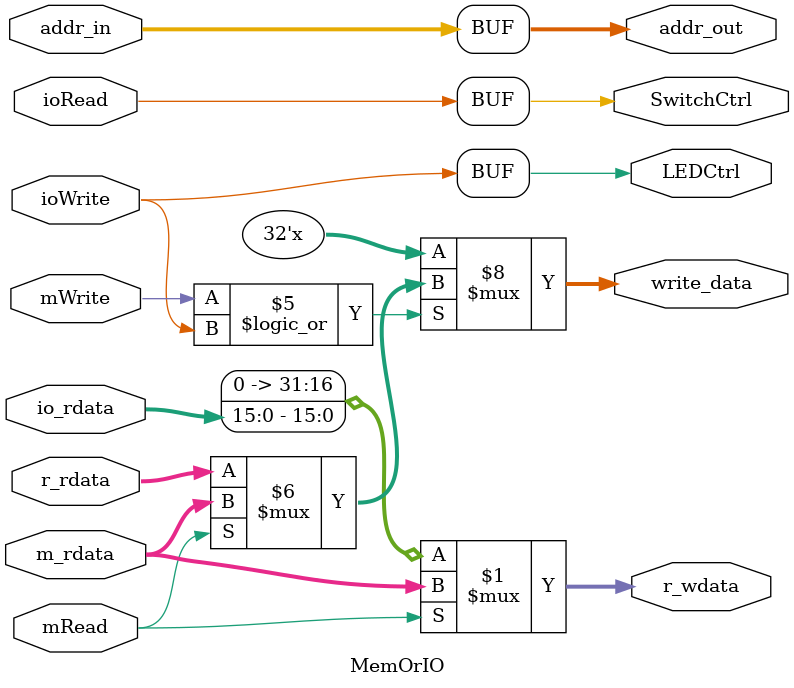
<source format=v>
`timescale 1ns / 1ps


module MemOrIO(mRead, mWrite, ioRead, ioWrite,addr_in, addr_out, m_rdata, io_rdata, r_wdata, r_rdata, write_data, LEDCtrl, SwitchCtrl);
input mRead; // read memory, from Controller
input mWrite; // write memory, from Controller
input ioRead; // read IO, from Controller
input ioWrite; // write IO, from Controller
input[31:0] addr_in; // from alu_result in ALU
output[31:0] addr_out; // address to Data-Memory
input[31:0] m_rdata; // data read from Data-Memory
input[15:0] io_rdata; // data read from IO,16 bits
output[31:0] r_wdata; // data to Decoder(register file)
input[31:0] r_rdata; // data read from Decoder(register file)
output reg[31:0] write_data; // data to memory or I/O£¨m_wdata, io_wdata£©
output LEDCtrl; // LED Chip Select(Á¬½ÓledsÄ£¿éµÄledcs)
output SwitchCtrl; // Switch Chip Select

assign addr_out= addr_in;
// The data wirte to register file may be from memory or io. // While the data is from io, it should be the lower 16bit of r_wdata. assign r_wdata = £¿£¿£¿
// Chip select signal of Led and Switch are all active high;
assign r_wdata = mRead ? m_rdata :{4'h0,io_rdata} ;
assign LEDCtrl= ioWrite;
assign SwitchCtrl= ioRead;
always @* begin
if((mWrite==1)||(ioWrite==1))
//wirte_data could go to either memory or IO. where is it from?
write_data = mRead ? m_rdata : r_rdata;
else
write_data = 32'hZZZZZZZZ;
end
endmodule




</source>
